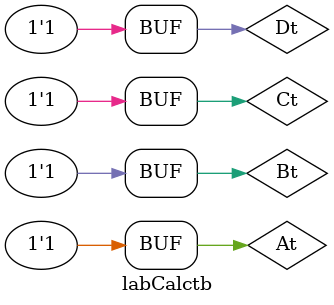
<source format=sv>
`timescale 1ns / 1ps

module labCalctb();
logic At,Bt,Ct,Dt,Z,Y;
labCalc dut(At,Bt,Ct,Dt,Z,Y);
initial begin
Ct=0; Dt=0; At=0; Bt=0; #50;
Ct=0; Dt=0; At=0; Bt=1; #50;
Ct=0; Dt=0; At=1; Bt=0; #50;
Ct=0; Dt=0; At=1; Bt=1; #50;
Ct=0; Dt=1; At=0; Bt=0; #50;
Ct=0; Dt=1; At=0; Bt=1; #50;
Ct=0; Dt=1; At=1; Bt=0; #50;
Ct=0; Dt=1; At=1; Bt=1; #50;
Ct=1; Dt=0; At=0; Bt=0; #50;
Ct=1; Dt=0; At=0; Bt=1; #50;
Ct=1; Dt=0; At=1; Bt=0; #50;
Ct=1; Dt=0; At=1; Bt=1; #50;
Ct=1; Dt=1; At=0; Bt=0; #50;
Ct=1; Dt=1; At=0; Bt=1; #50;
Ct=1; Dt=1; At=1; Bt=0; #50;
Ct=1; Dt=1; At=1; Bt=1; #50;
end
endmodule

</source>
